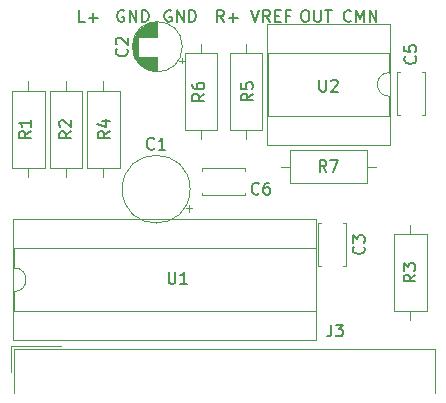
<source format=gbr>
%TF.GenerationSoftware,KiCad,Pcbnew,(6.0.0)*%
%TF.CreationDate,2022-03-19T09:51:22+00:00*%
%TF.ProjectId,open-amiga-samplerV1,6f70656e-2d61-46d6-9967-612d73616d70,rev?*%
%TF.SameCoordinates,Original*%
%TF.FileFunction,Legend,Top*%
%TF.FilePolarity,Positive*%
%FSLAX46Y46*%
G04 Gerber Fmt 4.6, Leading zero omitted, Abs format (unit mm)*
G04 Created by KiCad (PCBNEW (6.0.0)) date 2022-03-19 09:51:22*
%MOMM*%
%LPD*%
G01*
G04 APERTURE LIST*
%ADD10C,0.150000*%
%ADD11C,0.120000*%
G04 APERTURE END LIST*
D10*
X64788095Y-28710000D02*
X64692857Y-28662380D01*
X64550000Y-28662380D01*
X64407142Y-28710000D01*
X64311904Y-28805238D01*
X64264285Y-28900476D01*
X64216666Y-29090952D01*
X64216666Y-29233809D01*
X64264285Y-29424285D01*
X64311904Y-29519523D01*
X64407142Y-29614761D01*
X64550000Y-29662380D01*
X64645238Y-29662380D01*
X64788095Y-29614761D01*
X64835714Y-29567142D01*
X64835714Y-29233809D01*
X64645238Y-29233809D01*
X65264285Y-29662380D02*
X65264285Y-28662380D01*
X65835714Y-29662380D01*
X65835714Y-28662380D01*
X66311904Y-29662380D02*
X66311904Y-28662380D01*
X66550000Y-28662380D01*
X66692857Y-28710000D01*
X66788095Y-28805238D01*
X66835714Y-28900476D01*
X66883333Y-29090952D01*
X66883333Y-29233809D01*
X66835714Y-29424285D01*
X66788095Y-29519523D01*
X66692857Y-29614761D01*
X66550000Y-29662380D01*
X66311904Y-29662380D01*
X76050000Y-28662380D02*
X76240476Y-28662380D01*
X76335714Y-28710000D01*
X76430952Y-28805238D01*
X76478571Y-28995714D01*
X76478571Y-29329047D01*
X76430952Y-29519523D01*
X76335714Y-29614761D01*
X76240476Y-29662380D01*
X76050000Y-29662380D01*
X75954761Y-29614761D01*
X75859523Y-29519523D01*
X75811904Y-29329047D01*
X75811904Y-28995714D01*
X75859523Y-28805238D01*
X75954761Y-28710000D01*
X76050000Y-28662380D01*
X76907142Y-28662380D02*
X76907142Y-29471904D01*
X76954761Y-29567142D01*
X77002380Y-29614761D01*
X77097619Y-29662380D01*
X77288095Y-29662380D01*
X77383333Y-29614761D01*
X77430952Y-29567142D01*
X77478571Y-29471904D01*
X77478571Y-28662380D01*
X77811904Y-28662380D02*
X78383333Y-28662380D01*
X78097619Y-29662380D02*
X78097619Y-28662380D01*
X71585714Y-28662380D02*
X71919047Y-29662380D01*
X72252380Y-28662380D01*
X73157142Y-29662380D02*
X72823809Y-29186190D01*
X72585714Y-29662380D02*
X72585714Y-28662380D01*
X72966666Y-28662380D01*
X73061904Y-28710000D01*
X73109523Y-28757619D01*
X73157142Y-28852857D01*
X73157142Y-28995714D01*
X73109523Y-29090952D01*
X73061904Y-29138571D01*
X72966666Y-29186190D01*
X72585714Y-29186190D01*
X73585714Y-29138571D02*
X73919047Y-29138571D01*
X74061904Y-29662380D02*
X73585714Y-29662380D01*
X73585714Y-28662380D01*
X74061904Y-28662380D01*
X74823809Y-29138571D02*
X74490476Y-29138571D01*
X74490476Y-29662380D02*
X74490476Y-28662380D01*
X74966666Y-28662380D01*
X69240476Y-29662380D02*
X68907142Y-29186190D01*
X68669047Y-29662380D02*
X68669047Y-28662380D01*
X69050000Y-28662380D01*
X69145238Y-28710000D01*
X69192857Y-28757619D01*
X69240476Y-28852857D01*
X69240476Y-28995714D01*
X69192857Y-29090952D01*
X69145238Y-29138571D01*
X69050000Y-29186190D01*
X68669047Y-29186190D01*
X69669047Y-29281428D02*
X70430952Y-29281428D01*
X70050000Y-29662380D02*
X70050000Y-28900476D01*
X57490476Y-29662380D02*
X57014285Y-29662380D01*
X57014285Y-28662380D01*
X57823809Y-29281428D02*
X58585714Y-29281428D01*
X58204761Y-29662380D02*
X58204761Y-28900476D01*
X80014285Y-29567142D02*
X79966666Y-29614761D01*
X79823809Y-29662380D01*
X79728571Y-29662380D01*
X79585714Y-29614761D01*
X79490476Y-29519523D01*
X79442857Y-29424285D01*
X79395238Y-29233809D01*
X79395238Y-29090952D01*
X79442857Y-28900476D01*
X79490476Y-28805238D01*
X79585714Y-28710000D01*
X79728571Y-28662380D01*
X79823809Y-28662380D01*
X79966666Y-28710000D01*
X80014285Y-28757619D01*
X80442857Y-29662380D02*
X80442857Y-28662380D01*
X80776190Y-29376666D01*
X81109523Y-28662380D01*
X81109523Y-29662380D01*
X81585714Y-29662380D02*
X81585714Y-28662380D01*
X82157142Y-29662380D01*
X82157142Y-28662380D01*
X60788095Y-28710000D02*
X60692857Y-28662380D01*
X60550000Y-28662380D01*
X60407142Y-28710000D01*
X60311904Y-28805238D01*
X60264285Y-28900476D01*
X60216666Y-29090952D01*
X60216666Y-29233809D01*
X60264285Y-29424285D01*
X60311904Y-29519523D01*
X60407142Y-29614761D01*
X60550000Y-29662380D01*
X60645238Y-29662380D01*
X60788095Y-29614761D01*
X60835714Y-29567142D01*
X60835714Y-29233809D01*
X60645238Y-29233809D01*
X61264285Y-29662380D02*
X61264285Y-28662380D01*
X61835714Y-29662380D01*
X61835714Y-28662380D01*
X62311904Y-29662380D02*
X62311904Y-28662380D01*
X62550000Y-28662380D01*
X62692857Y-28710000D01*
X62788095Y-28805238D01*
X62835714Y-28900476D01*
X62883333Y-29090952D01*
X62883333Y-29233809D01*
X62835714Y-29424285D01*
X62788095Y-29519523D01*
X62692857Y-29614761D01*
X62550000Y-29662380D01*
X62311904Y-29662380D01*
%TO.C,R7*%
X77938333Y-42362380D02*
X77605000Y-41886190D01*
X77366904Y-42362380D02*
X77366904Y-41362380D01*
X77747857Y-41362380D01*
X77843095Y-41410000D01*
X77890714Y-41457619D01*
X77938333Y-41552857D01*
X77938333Y-41695714D01*
X77890714Y-41790952D01*
X77843095Y-41838571D01*
X77747857Y-41886190D01*
X77366904Y-41886190D01*
X78271666Y-41362380D02*
X78938333Y-41362380D01*
X78509761Y-42362380D01*
%TO.C,C6*%
X72223333Y-44172142D02*
X72175714Y-44219761D01*
X72032857Y-44267380D01*
X71937619Y-44267380D01*
X71794761Y-44219761D01*
X71699523Y-44124523D01*
X71651904Y-44029285D01*
X71604285Y-43838809D01*
X71604285Y-43695952D01*
X71651904Y-43505476D01*
X71699523Y-43410238D01*
X71794761Y-43315000D01*
X71937619Y-43267380D01*
X72032857Y-43267380D01*
X72175714Y-43315000D01*
X72223333Y-43362619D01*
X73080476Y-43267380D02*
X72890000Y-43267380D01*
X72794761Y-43315000D01*
X72747142Y-43362619D01*
X72651904Y-43505476D01*
X72604285Y-43695952D01*
X72604285Y-44076904D01*
X72651904Y-44172142D01*
X72699523Y-44219761D01*
X72794761Y-44267380D01*
X72985238Y-44267380D01*
X73080476Y-44219761D01*
X73128095Y-44172142D01*
X73175714Y-44076904D01*
X73175714Y-43838809D01*
X73128095Y-43743571D01*
X73080476Y-43695952D01*
X72985238Y-43648333D01*
X72794761Y-43648333D01*
X72699523Y-43695952D01*
X72651904Y-43743571D01*
X72604285Y-43838809D01*
%TO.C,C5*%
X85447142Y-32573667D02*
X85494761Y-32621286D01*
X85542380Y-32764143D01*
X85542380Y-32859381D01*
X85494761Y-33002239D01*
X85399523Y-33097477D01*
X85304285Y-33145096D01*
X85113809Y-33192715D01*
X84970952Y-33192715D01*
X84780476Y-33145096D01*
X84685238Y-33097477D01*
X84590000Y-33002239D01*
X84542380Y-32859381D01*
X84542380Y-32764143D01*
X84590000Y-32621286D01*
X84637619Y-32573667D01*
X84542380Y-31668905D02*
X84542380Y-32145096D01*
X85018571Y-32192715D01*
X84970952Y-32145096D01*
X84923333Y-32049858D01*
X84923333Y-31811762D01*
X84970952Y-31716524D01*
X85018571Y-31668905D01*
X85113809Y-31621286D01*
X85351904Y-31621286D01*
X85447142Y-31668905D01*
X85494761Y-31716524D01*
X85542380Y-31811762D01*
X85542380Y-32049858D01*
X85494761Y-32145096D01*
X85447142Y-32192715D01*
%TO.C,C3*%
X81078142Y-48680666D02*
X81125761Y-48728285D01*
X81173380Y-48871142D01*
X81173380Y-48966380D01*
X81125761Y-49109238D01*
X81030523Y-49204476D01*
X80935285Y-49252095D01*
X80744809Y-49299714D01*
X80601952Y-49299714D01*
X80411476Y-49252095D01*
X80316238Y-49204476D01*
X80221000Y-49109238D01*
X80173380Y-48966380D01*
X80173380Y-48871142D01*
X80221000Y-48728285D01*
X80268619Y-48680666D01*
X80173380Y-48347333D02*
X80173380Y-47728285D01*
X80554333Y-48061619D01*
X80554333Y-47918761D01*
X80601952Y-47823523D01*
X80649571Y-47775904D01*
X80744809Y-47728285D01*
X80982904Y-47728285D01*
X81078142Y-47775904D01*
X81125761Y-47823523D01*
X81173380Y-47918761D01*
X81173380Y-48204476D01*
X81125761Y-48299714D01*
X81078142Y-48347333D01*
%TO.C,C1*%
X63353333Y-40362142D02*
X63305714Y-40409761D01*
X63162857Y-40457380D01*
X63067619Y-40457380D01*
X62924761Y-40409761D01*
X62829523Y-40314523D01*
X62781904Y-40219285D01*
X62734285Y-40028809D01*
X62734285Y-39885952D01*
X62781904Y-39695476D01*
X62829523Y-39600238D01*
X62924761Y-39505000D01*
X63067619Y-39457380D01*
X63162857Y-39457380D01*
X63305714Y-39505000D01*
X63353333Y-39552619D01*
X64305714Y-40457380D02*
X63734285Y-40457380D01*
X64020000Y-40457380D02*
X64020000Y-39457380D01*
X63924761Y-39600238D01*
X63829523Y-39695476D01*
X63734285Y-39743095D01*
%TO.C,J3*%
X78341666Y-55272380D02*
X78341666Y-55986666D01*
X78294047Y-56129523D01*
X78198809Y-56224761D01*
X78055952Y-56272380D01*
X77960714Y-56272380D01*
X78722619Y-55272380D02*
X79341666Y-55272380D01*
X79008333Y-55653333D01*
X79151190Y-55653333D01*
X79246428Y-55700952D01*
X79294047Y-55748571D01*
X79341666Y-55843809D01*
X79341666Y-56081904D01*
X79294047Y-56177142D01*
X79246428Y-56224761D01*
X79151190Y-56272380D01*
X78865476Y-56272380D01*
X78770238Y-56224761D01*
X78722619Y-56177142D01*
%TO.C,U1*%
X64578095Y-50827380D02*
X64578095Y-51636904D01*
X64625714Y-51732142D01*
X64673333Y-51779761D01*
X64768571Y-51827380D01*
X64959047Y-51827380D01*
X65054285Y-51779761D01*
X65101904Y-51732142D01*
X65149523Y-51636904D01*
X65149523Y-50827380D01*
X66149523Y-51827380D02*
X65578095Y-51827380D01*
X65863809Y-51827380D02*
X65863809Y-50827380D01*
X65768571Y-50970238D01*
X65673333Y-51065476D01*
X65578095Y-51113095D01*
%TO.C,R6*%
X67582380Y-35736666D02*
X67106190Y-36070000D01*
X67582380Y-36308095D02*
X66582380Y-36308095D01*
X66582380Y-35927142D01*
X66630000Y-35831904D01*
X66677619Y-35784285D01*
X66772857Y-35736666D01*
X66915714Y-35736666D01*
X67010952Y-35784285D01*
X67058571Y-35831904D01*
X67106190Y-35927142D01*
X67106190Y-36308095D01*
X66582380Y-34879523D02*
X66582380Y-35070000D01*
X66630000Y-35165238D01*
X66677619Y-35212857D01*
X66820476Y-35308095D01*
X67010952Y-35355714D01*
X67391904Y-35355714D01*
X67487142Y-35308095D01*
X67534761Y-35260476D01*
X67582380Y-35165238D01*
X67582380Y-34974761D01*
X67534761Y-34879523D01*
X67487142Y-34831904D01*
X67391904Y-34784285D01*
X67153809Y-34784285D01*
X67058571Y-34831904D01*
X67010952Y-34879523D01*
X66963333Y-34974761D01*
X66963333Y-35165238D01*
X67010952Y-35260476D01*
X67058571Y-35308095D01*
X67153809Y-35355714D01*
%TO.C,R5*%
X71717380Y-35726666D02*
X71241190Y-36060000D01*
X71717380Y-36298095D02*
X70717380Y-36298095D01*
X70717380Y-35917142D01*
X70765000Y-35821904D01*
X70812619Y-35774285D01*
X70907857Y-35726666D01*
X71050714Y-35726666D01*
X71145952Y-35774285D01*
X71193571Y-35821904D01*
X71241190Y-35917142D01*
X71241190Y-36298095D01*
X70717380Y-34821904D02*
X70717380Y-35298095D01*
X71193571Y-35345714D01*
X71145952Y-35298095D01*
X71098333Y-35202857D01*
X71098333Y-34964761D01*
X71145952Y-34869523D01*
X71193571Y-34821904D01*
X71288809Y-34774285D01*
X71526904Y-34774285D01*
X71622142Y-34821904D01*
X71669761Y-34869523D01*
X71717380Y-34964761D01*
X71717380Y-35202857D01*
X71669761Y-35298095D01*
X71622142Y-35345714D01*
%TO.C,U2*%
X77342096Y-34554882D02*
X77342096Y-35364406D01*
X77389715Y-35459644D01*
X77437334Y-35507263D01*
X77532572Y-35554882D01*
X77723048Y-35554882D01*
X77818286Y-35507263D01*
X77865905Y-35459644D01*
X77913524Y-35364406D01*
X77913524Y-34554882D01*
X78342096Y-34650121D02*
X78389715Y-34602502D01*
X78484953Y-34554882D01*
X78723048Y-34554882D01*
X78818286Y-34602502D01*
X78865905Y-34650121D01*
X78913524Y-34745359D01*
X78913524Y-34840597D01*
X78865905Y-34983454D01*
X78294477Y-35554882D01*
X78913524Y-35554882D01*
%TO.C,R2*%
X56321881Y-38923667D02*
X55845691Y-39257001D01*
X56321881Y-39495096D02*
X55321881Y-39495096D01*
X55321881Y-39114143D01*
X55369501Y-39018905D01*
X55417120Y-38971286D01*
X55512358Y-38923667D01*
X55655215Y-38923667D01*
X55750453Y-38971286D01*
X55798072Y-39018905D01*
X55845691Y-39114143D01*
X55845691Y-39495096D01*
X55417120Y-38542715D02*
X55369501Y-38495096D01*
X55321881Y-38399858D01*
X55321881Y-38161762D01*
X55369501Y-38066524D01*
X55417120Y-38018905D01*
X55512358Y-37971286D01*
X55607596Y-37971286D01*
X55750453Y-38018905D01*
X56321881Y-38590334D01*
X56321881Y-37971286D01*
%TO.C,R1*%
X52905881Y-38901666D02*
X52429691Y-39235000D01*
X52905881Y-39473095D02*
X51905881Y-39473095D01*
X51905881Y-39092142D01*
X51953501Y-38996904D01*
X52001120Y-38949285D01*
X52096358Y-38901666D01*
X52239215Y-38901666D01*
X52334453Y-38949285D01*
X52382072Y-38996904D01*
X52429691Y-39092142D01*
X52429691Y-39473095D01*
X52905881Y-37949285D02*
X52905881Y-38520714D01*
X52905881Y-38235000D02*
X51905881Y-38235000D01*
X52048739Y-38330238D01*
X52143977Y-38425476D01*
X52191596Y-38520714D01*
%TO.C,R4*%
X59573381Y-38901666D02*
X59097191Y-39235000D01*
X59573381Y-39473095D02*
X58573381Y-39473095D01*
X58573381Y-39092142D01*
X58621001Y-38996904D01*
X58668620Y-38949285D01*
X58763858Y-38901666D01*
X58906715Y-38901666D01*
X59001953Y-38949285D01*
X59049572Y-38996904D01*
X59097191Y-39092142D01*
X59097191Y-39473095D01*
X58906715Y-38044523D02*
X59573381Y-38044523D01*
X58525762Y-38282619D02*
X59240048Y-38520714D01*
X59240048Y-37901666D01*
%TO.C,R3*%
X85468881Y-51051666D02*
X84992691Y-51385000D01*
X85468881Y-51623095D02*
X84468881Y-51623095D01*
X84468881Y-51242142D01*
X84516501Y-51146904D01*
X84564120Y-51099285D01*
X84659358Y-51051666D01*
X84802215Y-51051666D01*
X84897453Y-51099285D01*
X84945072Y-51146904D01*
X84992691Y-51242142D01*
X84992691Y-51623095D01*
X84468881Y-50718333D02*
X84468881Y-50099285D01*
X84849834Y-50432619D01*
X84849834Y-50289761D01*
X84897453Y-50194523D01*
X84945072Y-50146904D01*
X85040310Y-50099285D01*
X85278405Y-50099285D01*
X85373643Y-50146904D01*
X85421262Y-50194523D01*
X85468881Y-50289761D01*
X85468881Y-50575476D01*
X85421262Y-50670714D01*
X85373643Y-50718333D01*
%TO.C,C2*%
X61008142Y-31932666D02*
X61055761Y-31980285D01*
X61103380Y-32123142D01*
X61103380Y-32218380D01*
X61055761Y-32361238D01*
X60960523Y-32456476D01*
X60865285Y-32504095D01*
X60674809Y-32551714D01*
X60531952Y-32551714D01*
X60341476Y-32504095D01*
X60246238Y-32456476D01*
X60151000Y-32361238D01*
X60103380Y-32218380D01*
X60103380Y-32123142D01*
X60151000Y-31980285D01*
X60198619Y-31932666D01*
X60198619Y-31551714D02*
X60151000Y-31504095D01*
X60103380Y-31408857D01*
X60103380Y-31170761D01*
X60151000Y-31075523D01*
X60198619Y-31027904D01*
X60293857Y-30980285D01*
X60389095Y-30980285D01*
X60531952Y-31027904D01*
X61103380Y-31599333D01*
X61103380Y-30980285D01*
D11*
%TO.C,R7*%
X74835000Y-40540000D02*
X74835000Y-43280000D01*
X74835000Y-43280000D02*
X81375000Y-43280000D01*
X81375000Y-43280000D02*
X81375000Y-40540000D01*
X81375000Y-40540000D02*
X74835000Y-40540000D01*
X74065000Y-41910000D02*
X74835000Y-41910000D01*
X82145000Y-41910000D02*
X81375000Y-41910000D01*
%TO.C,C6*%
X71015000Y-44350000D02*
X67375000Y-44350000D01*
X71015000Y-42010000D02*
X67375000Y-42010000D01*
X71015000Y-44350000D02*
X71015000Y-44105000D01*
X71015000Y-42255000D02*
X71015000Y-42010000D01*
X67375000Y-44350000D02*
X67375000Y-44105000D01*
X67375000Y-42255000D02*
X67375000Y-42010000D01*
%TO.C,C5*%
X83920000Y-37531000D02*
X83920000Y-33891000D01*
X86260000Y-37531000D02*
X86260000Y-33891000D01*
X83920000Y-37531000D02*
X84165000Y-37531000D01*
X86015000Y-37531000D02*
X86260000Y-37531000D01*
X83920000Y-33891000D02*
X84165000Y-33891000D01*
X86015000Y-33891000D02*
X86260000Y-33891000D01*
%TO.C,C3*%
X79591000Y-46694000D02*
X79591000Y-50334000D01*
X77251000Y-46694000D02*
X77251000Y-50334000D01*
X79591000Y-46694000D02*
X79346000Y-46694000D01*
X77496000Y-46694000D02*
X77251000Y-46694000D01*
X79591000Y-50334000D02*
X79346000Y-50334000D01*
X77496000Y-50334000D02*
X77251000Y-50334000D01*
%TO.C,C1*%
X66390000Y-43815000D02*
G75*
G03*
X66390000Y-43815000I-2870000J0D01*
G01*
X66592262Y-45430000D02*
X66042262Y-45430000D01*
X66317262Y-45705000D02*
X66317262Y-45155000D01*
%TO.C,J3*%
X51496667Y-57305000D02*
X51496667Y-61045000D01*
X87103333Y-61045000D02*
X87103333Y-57305000D01*
X51256667Y-57065000D02*
X55450000Y-57065000D01*
X87103333Y-57305000D02*
X51496667Y-57305000D01*
X51256667Y-59305000D02*
X51256667Y-57065000D01*
%TO.C,U1*%
X51439499Y-46340499D02*
X51439499Y-56620499D01*
X77019499Y-48830499D02*
X51499499Y-48830499D01*
X77019499Y-54130499D02*
X77019499Y-48830499D01*
X51499499Y-54130499D02*
X77019499Y-54130499D01*
X77079499Y-56620499D02*
X77079499Y-46340499D01*
X51499499Y-52480499D02*
X51499499Y-54130499D01*
X51499499Y-48830499D02*
X51499499Y-50480499D01*
X77079499Y-46340499D02*
X51439499Y-46340499D01*
X51439499Y-56620499D02*
X77079499Y-56620499D01*
X51499499Y-52480499D02*
G75*
G03*
X51499499Y-50480499I0J1000000D01*
G01*
%TO.C,R6*%
X68680000Y-38830000D02*
X68680000Y-32290000D01*
X65940000Y-38830000D02*
X68680000Y-38830000D01*
X67310000Y-39600000D02*
X67310000Y-38830000D01*
X65940000Y-32290000D02*
X65940000Y-38830000D01*
X68680000Y-32290000D02*
X65940000Y-32290000D01*
X67310000Y-31520000D02*
X67310000Y-32290000D01*
%TO.C,R5*%
X72490000Y-32290000D02*
X69750000Y-32290000D01*
X69750000Y-32290000D02*
X69750000Y-38830000D01*
X72490000Y-38830000D02*
X72490000Y-32290000D01*
X71120000Y-39600000D02*
X71120000Y-38830000D01*
X71120000Y-31520000D02*
X71120000Y-32290000D01*
X69750000Y-38830000D02*
X72490000Y-38830000D01*
%TO.C,U2*%
X83245000Y-33947001D02*
X83245000Y-32297001D01*
X83245000Y-32297001D02*
X72965000Y-32297001D01*
X83245000Y-37597001D02*
X83245000Y-35947001D01*
X72905000Y-40087001D02*
X83305000Y-40087001D01*
X72965000Y-37597001D02*
X83245000Y-37597001D01*
X72965000Y-32297001D02*
X72965000Y-37597001D01*
X83305000Y-29807001D02*
X72905000Y-29807001D01*
X83305000Y-40087001D02*
X83305000Y-29807001D01*
X72905000Y-29807001D02*
X72905000Y-40087001D01*
X83245000Y-33947001D02*
G75*
G03*
X83245000Y-35947001I0J-1000000D01*
G01*
%TO.C,R2*%
X57250000Y-35465000D02*
X54510000Y-35465000D01*
X54510000Y-35465000D02*
X54510000Y-42005000D01*
X54510000Y-42005000D02*
X57250000Y-42005000D01*
X55880000Y-42775000D02*
X55880000Y-42005000D01*
X55880000Y-34695000D02*
X55880000Y-35465000D01*
X57250000Y-42005000D02*
X57250000Y-35465000D01*
%TO.C,R1*%
X52705000Y-42775000D02*
X52705000Y-42005000D01*
X54075000Y-35465000D02*
X51335000Y-35465000D01*
X51335000Y-42005000D02*
X54075000Y-42005000D01*
X52705000Y-34695000D02*
X52705000Y-35465000D01*
X51335000Y-35465000D02*
X51335000Y-42005000D01*
X54075000Y-42005000D02*
X54075000Y-35465000D01*
%TO.C,R4*%
X60425000Y-35465000D02*
X57685000Y-35465000D01*
X59055000Y-34695000D02*
X59055000Y-35465000D01*
X59055000Y-42775000D02*
X59055000Y-42005000D01*
X57685000Y-35465000D02*
X57685000Y-42005000D01*
X60425000Y-42005000D02*
X60425000Y-35465000D01*
X57685000Y-42005000D02*
X60425000Y-42005000D01*
%TO.C,R3*%
X83680000Y-54155000D02*
X86420000Y-54155000D01*
X86420000Y-54155000D02*
X86420000Y-47615000D01*
X85050000Y-54925000D02*
X85050000Y-54155000D01*
X83680000Y-47615000D02*
X83680000Y-54155000D01*
X85050000Y-46845000D02*
X85050000Y-47615000D01*
X86420000Y-47615000D02*
X83680000Y-47615000D01*
%TO.C,C2*%
X62054000Y-30910000D02*
X62054000Y-30354000D01*
X61614000Y-32414000D02*
X61614000Y-31086000D01*
X62854000Y-30910000D02*
X62854000Y-29810000D01*
X62134000Y-33228000D02*
X62134000Y-32590000D01*
X62894000Y-33704000D02*
X62894000Y-32590000D01*
X63055000Y-33755000D02*
X63055000Y-32590000D01*
X62935000Y-33718000D02*
X62935000Y-32590000D01*
X62414000Y-30910000D02*
X62414000Y-30042000D01*
X63175000Y-33784000D02*
X63175000Y-32590000D01*
X63055000Y-30910000D02*
X63055000Y-29745000D01*
X62975000Y-30910000D02*
X62975000Y-29768000D01*
X62574000Y-30910000D02*
X62574000Y-29942000D01*
X62494000Y-33510000D02*
X62494000Y-32590000D01*
X65884801Y-32945000D02*
X65484801Y-32945000D01*
X63535000Y-33829000D02*
X63535000Y-32590000D01*
X62054000Y-33146000D02*
X62054000Y-32590000D01*
X62814000Y-30910000D02*
X62814000Y-29826000D01*
X62694000Y-33620000D02*
X62694000Y-32590000D01*
X62214000Y-33302000D02*
X62214000Y-32590000D01*
X63455000Y-30910000D02*
X63455000Y-29676000D01*
X61734000Y-32690000D02*
X61734000Y-30810000D01*
X63495000Y-30910000D02*
X63495000Y-29673000D01*
X62294000Y-33369000D02*
X62294000Y-32590000D01*
X65684801Y-33145000D02*
X65684801Y-32745000D01*
X62494000Y-30910000D02*
X62494000Y-29990000D01*
X63575000Y-33830000D02*
X63575000Y-32590000D01*
X62894000Y-30910000D02*
X62894000Y-29796000D01*
X62534000Y-33535000D02*
X62534000Y-32590000D01*
X63175000Y-30910000D02*
X63175000Y-29716000D01*
X62134000Y-30910000D02*
X62134000Y-30272000D01*
X62774000Y-30910000D02*
X62774000Y-29843000D01*
X63415000Y-33821000D02*
X63415000Y-32590000D01*
X63375000Y-33817000D02*
X63375000Y-32590000D01*
X62174000Y-33266000D02*
X62174000Y-32590000D01*
X63295000Y-30910000D02*
X63295000Y-29694000D01*
X61774000Y-32763000D02*
X61774000Y-30737000D01*
X61854000Y-32892000D02*
X61854000Y-30608000D01*
X62334000Y-30910000D02*
X62334000Y-30100000D01*
X62254000Y-30910000D02*
X62254000Y-30163000D01*
X63615000Y-33830000D02*
X63615000Y-32590000D01*
X62654000Y-30910000D02*
X62654000Y-29899000D01*
X63255000Y-30910000D02*
X63255000Y-29700000D01*
X61534000Y-32120000D02*
X61534000Y-31380000D01*
X62654000Y-33601000D02*
X62654000Y-32590000D01*
X63255000Y-33800000D02*
X63255000Y-32590000D01*
X63095000Y-30910000D02*
X63095000Y-29734000D01*
X63215000Y-30910000D02*
X63215000Y-29708000D01*
X63575000Y-30910000D02*
X63575000Y-29670000D01*
X62574000Y-33558000D02*
X62574000Y-32590000D01*
X62214000Y-30910000D02*
X62214000Y-30198000D01*
X62614000Y-33580000D02*
X62614000Y-32590000D01*
X62174000Y-30910000D02*
X62174000Y-30234000D01*
X62374000Y-33430000D02*
X62374000Y-32590000D01*
X63095000Y-33766000D02*
X63095000Y-32590000D01*
X62254000Y-33337000D02*
X62254000Y-32590000D01*
X63455000Y-33824000D02*
X63455000Y-32590000D01*
X61694000Y-32609000D02*
X61694000Y-30891000D01*
X62614000Y-30910000D02*
X62614000Y-29920000D01*
X62414000Y-33458000D02*
X62414000Y-32590000D01*
X62975000Y-33732000D02*
X62975000Y-32590000D01*
X62774000Y-33657000D02*
X62774000Y-32590000D01*
X62454000Y-30910000D02*
X62454000Y-30015000D01*
X61974000Y-33054000D02*
X61974000Y-30446000D01*
X62734000Y-30910000D02*
X62734000Y-29861000D01*
X61894000Y-32950000D02*
X61894000Y-30550000D01*
X62814000Y-33674000D02*
X62814000Y-32590000D01*
X63375000Y-30910000D02*
X63375000Y-29683000D01*
X63335000Y-33812000D02*
X63335000Y-32590000D01*
X62734000Y-33639000D02*
X62734000Y-32590000D01*
X63415000Y-30910000D02*
X63415000Y-29679000D01*
X63215000Y-33792000D02*
X63215000Y-32590000D01*
X62294000Y-30910000D02*
X62294000Y-30131000D01*
X61814000Y-32830000D02*
X61814000Y-30670000D01*
X61654000Y-32518000D02*
X61654000Y-30982000D01*
X62454000Y-33485000D02*
X62454000Y-32590000D01*
X62334000Y-33400000D02*
X62334000Y-32590000D01*
X61934000Y-33004000D02*
X61934000Y-30496000D01*
X62534000Y-30910000D02*
X62534000Y-29965000D01*
X61574000Y-32287000D02*
X61574000Y-31213000D01*
X63335000Y-30910000D02*
X63335000Y-29688000D01*
X63015000Y-30910000D02*
X63015000Y-29756000D01*
X62094000Y-33188000D02*
X62094000Y-32590000D01*
X63535000Y-30910000D02*
X63535000Y-29671000D01*
X63015000Y-33744000D02*
X63015000Y-32590000D01*
X62374000Y-30910000D02*
X62374000Y-30070000D01*
X62854000Y-33690000D02*
X62854000Y-32590000D01*
X63495000Y-33827000D02*
X63495000Y-32590000D01*
X62694000Y-30910000D02*
X62694000Y-29880000D01*
X63615000Y-30910000D02*
X63615000Y-29670000D01*
X62014000Y-33101000D02*
X62014000Y-30399000D01*
X63295000Y-33806000D02*
X63295000Y-32590000D01*
X62094000Y-30910000D02*
X62094000Y-30312000D01*
X63135000Y-33775000D02*
X63135000Y-32590000D01*
X63135000Y-30910000D02*
X63135000Y-29725000D01*
X62935000Y-30910000D02*
X62935000Y-29782000D01*
X65735000Y-31750000D02*
G75*
G03*
X65735000Y-31750000I-2120000J0D01*
G01*
%TD*%
M02*

</source>
